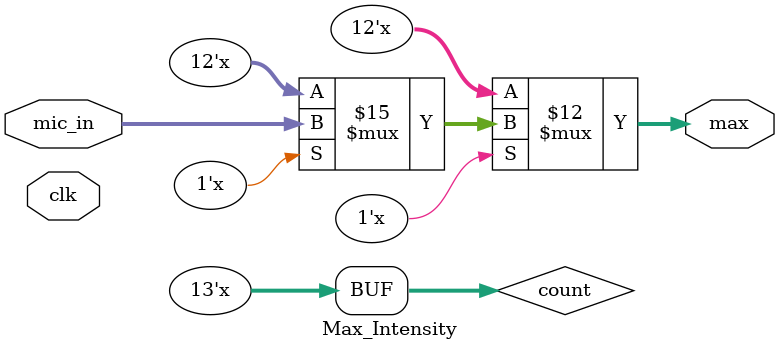
<source format=v>
`timescale 1ns / 1ps


module Max_Intensity(
input clk,
input [11:0]mic_in,
output reg [11:0] max=0
    );
    reg [11:0]peak_volume=0;
    reg [12:0]count=0;
    always @ (clk) begin
    if (peak_volume<mic_in)
    peak_volume=mic_in;
    count=count+1;
    if(count==0) begin
    max=peak_volume;
    peak_volume=0;
    end
    end
    
    
    
    
    
    
    
endmodule

</source>
